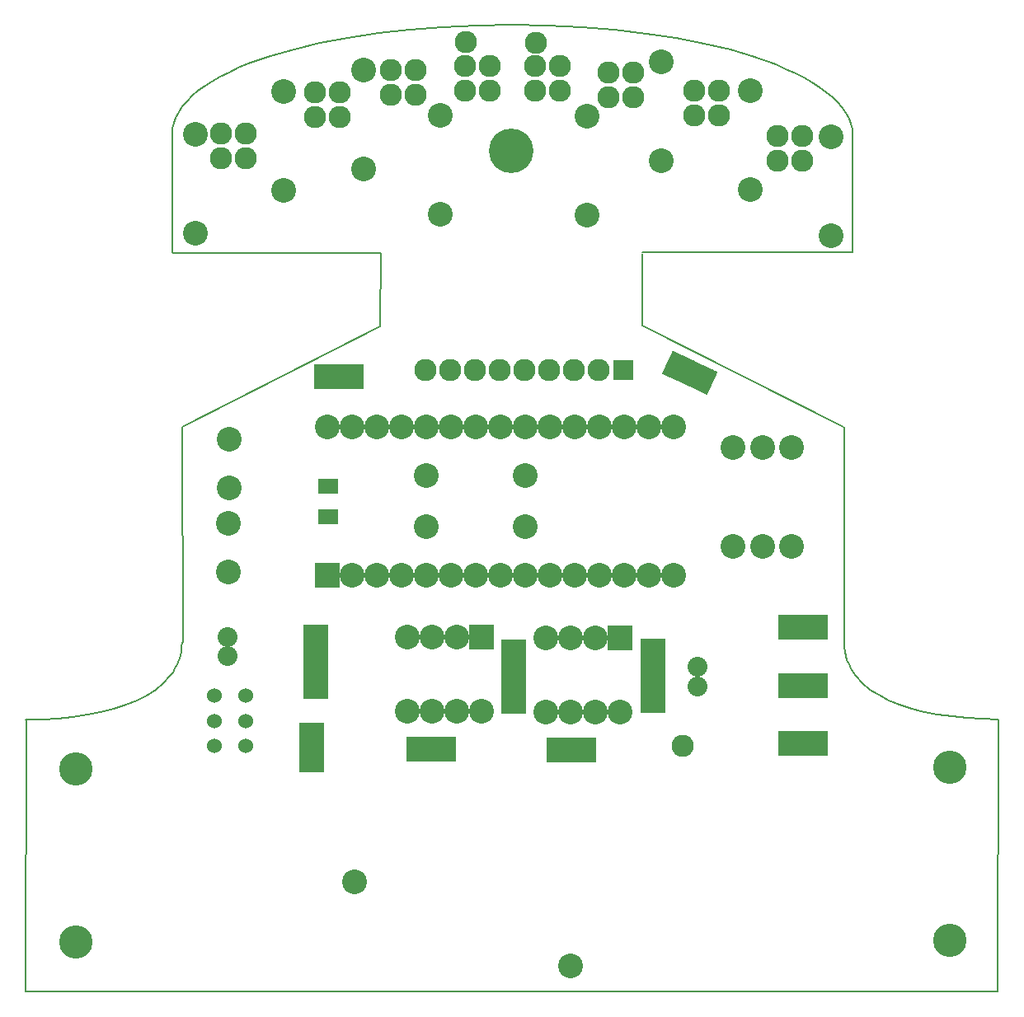
<source format=gts>
G04 PROTEUS RS274X GERBER FILE*
%FSLAX24Y24*%
%MOIN*%
%ADD24C,0.0500*%
%ADD25C,0.1000*%
%ADD26C,0.0900*%
%ADD27R,0.1000X0.1000*%
%ADD16R,0.0800X0.0800*%
%ADD18C,0.0600*%
%ADD28R,0.0800X0.0600*%
%ADD12C,0.0800*%
%ADD29C,0.1800*%
%ADD72C,0.1350*%
%ADD20C,0.0024*%
%ADD21C,0.0080*%
G54D24*
X+2456Y-18564D03*
G54D25*
X+2454Y-18565D03*
X-6286Y-15157D03*
G54D26*
X+6968Y-9656D03*
X+1031Y+18784D03*
X-1810Y+18792D03*
G54D27*
X+4436Y-5288D03*
G54D25*
X+3436Y-5288D03*
X+2436Y-5288D03*
X+1436Y-5288D03*
X+1436Y-8288D03*
X+2436Y-8288D03*
X+3436Y-8288D03*
X+4436Y-8288D03*
G54D26*
X-11707Y+14112D03*
X-11707Y+15112D03*
X-10707Y+14112D03*
X-10707Y+15112D03*
X-7899Y+15771D03*
X-7899Y+16771D03*
X-6899Y+15771D03*
X-6899Y+16771D03*
X-4816Y+16667D03*
X-4816Y+17667D03*
X-3816Y+16667D03*
X-3816Y+17667D03*
X-1833Y+16839D03*
X-1833Y+17839D03*
X-833Y+16839D03*
X-833Y+17839D03*
X+995Y+16840D03*
X+995Y+17840D03*
X+1995Y+16840D03*
X+1995Y+17840D03*
X+3984Y+16565D03*
X+3984Y+17565D03*
X+4984Y+16565D03*
X+4984Y+17565D03*
X+7443Y+15844D03*
X+7443Y+16844D03*
X+8443Y+15844D03*
X+8443Y+16844D03*
X+10814Y+14007D03*
X+10814Y+15007D03*
X+11814Y+14007D03*
X+11814Y+15007D03*
G54D25*
X-5916Y+17665D03*
X-5916Y+13665D03*
X-2816Y+15856D03*
X-2816Y+11856D03*
X+3108Y+15818D03*
X+3108Y+11818D03*
X+6104Y+18004D03*
X+6104Y+14004D03*
X+9711Y+16843D03*
X+9711Y+12843D03*
X+12957Y+14958D03*
X+12957Y+10958D03*
X-12714Y+15063D03*
X-12714Y+11063D03*
X-9151Y+16802D03*
X-9151Y+12802D03*
G54D16*
X+4577Y+5538D03*
G54D26*
X+3577Y+5538D03*
X+2577Y+5538D03*
X+1577Y+5538D03*
X+577Y+5538D03*
X-422Y+5538D03*
X-1422Y+5538D03*
X-2422Y+5538D03*
X-3422Y+5538D03*
G54D27*
X-1170Y-5267D03*
G54D25*
X-2170Y-5267D03*
X-3170Y-5267D03*
X-4170Y-5267D03*
X-4170Y-8267D03*
X-3170Y-8267D03*
X-2170Y-8267D03*
X-1170Y-8267D03*
G54D27*
X-7397Y-2764D03*
G54D25*
X-6397Y-2764D03*
X-5397Y-2764D03*
X-4397Y-2764D03*
X-3397Y-2764D03*
X-2397Y-2764D03*
X-1397Y-2764D03*
X-397Y-2764D03*
X+602Y-2764D03*
X+1602Y-2764D03*
X+2602Y-2764D03*
X+3602Y-2764D03*
X+4602Y-2764D03*
X+5602Y-2764D03*
X+6602Y-2764D03*
X+6602Y+3235D03*
X+5602Y+3235D03*
X+4602Y+3235D03*
X+3602Y+3235D03*
X+2602Y+3235D03*
X+1602Y+3235D03*
X+602Y+3235D03*
X-397Y+3235D03*
X-1397Y+3235D03*
X-2397Y+3235D03*
X-3397Y+3235D03*
X-4397Y+3235D03*
X-5397Y+3235D03*
X-6397Y+3235D03*
X-7397Y+3235D03*
G54D27*
X-2700Y-9800D03*
X-3700Y-9800D03*
X+2972Y-9820D03*
X+1972Y-9820D03*
X+11329Y-9556D03*
X+12329Y-9556D03*
X+11351Y-7228D03*
X+12351Y-7228D03*
X+11342Y-4847D03*
X+12342Y-4847D03*
G54D25*
X+612Y-783D03*
X-3387Y-783D03*
X+607Y+1264D03*
X-3392Y+1264D03*
X+8993Y-1597D03*
X+8993Y+2402D03*
X+10196Y-1602D03*
X+10196Y+2397D03*
X+11366Y-1598D03*
X+11366Y+2401D03*
G54D27*
X-7872Y-7262D03*
X-7872Y-6262D03*
X-7872Y-5262D03*
X-8032Y-10242D03*
X-8032Y-9242D03*
G54D25*
X-11410Y-650D03*
X-11410Y-2618D03*
X-11361Y+768D03*
X-11361Y+2737D03*
G54D18*
X-10686Y-8665D03*
X-11964Y-8655D03*
X-10690Y-9662D03*
X-11968Y-9652D03*
X-10682Y-7637D03*
X-11960Y-7626D03*
G54D27*
X-7433Y+5284D03*
X-6433Y+5284D03*
G54D28*
X-7371Y+839D03*
X-7371Y-400D03*
G54D12*
X+7565Y-7263D03*
X+7565Y-6476D03*
X-11429Y-6034D03*
X-11429Y-5246D03*
G54D29*
X+50Y+14400D03*
G54D27*
X+5774Y-7832D03*
X+5774Y-6832D03*
X+5774Y-5832D03*
X+150Y-7850D03*
X+150Y-6850D03*
X+150Y-5850D03*
G54D72*
X-17575Y-17604D03*
X-17568Y-10600D03*
X+17770Y-17515D03*
X+17763Y-10511D03*
G54D20*
X+7935Y+4585D02*
X+7052Y+4998D01*
X+7465Y+5881D01*
X+8348Y+5468D01*
X+7935Y+4585D01*
X+7935Y+4585D01*
X+7909Y+4597D02*
X+7940Y+4597D01*
X+7883Y+4609D02*
X+7946Y+4609D01*
X+7858Y+4621D02*
X+7951Y+4621D01*
X+7832Y+4633D02*
X+7957Y+4633D01*
X+7806Y+4645D02*
X+7963Y+4645D01*
X+7781Y+4657D02*
X+7968Y+4657D01*
X+7755Y+4669D02*
X+7974Y+4669D01*
X+7729Y+4681D02*
X+7979Y+4681D01*
X+7704Y+4693D02*
X+7985Y+4693D01*
X+7678Y+4705D02*
X+7991Y+4705D01*
X+7652Y+4717D02*
X+7996Y+4717D01*
X+7627Y+4729D02*
X+8002Y+4729D01*
X+7601Y+4741D02*
X+8007Y+4741D01*
X+7575Y+4753D02*
X+8013Y+4753D01*
X+7550Y+4765D02*
X+8019Y+4765D01*
X+7524Y+4777D02*
X+8024Y+4777D01*
X+7498Y+4789D02*
X+8030Y+4789D01*
X+7473Y+4801D02*
X+8036Y+4801D01*
X+7447Y+4813D02*
X+8041Y+4813D01*
X+7421Y+4825D02*
X+8047Y+4825D01*
X+7396Y+4837D02*
X+8052Y+4837D01*
X+7370Y+4849D02*
X+8058Y+4849D01*
X+7344Y+4861D02*
X+8064Y+4861D01*
X+7319Y+4873D02*
X+8069Y+4873D01*
X+7293Y+4885D02*
X+8075Y+4885D01*
X+7267Y+4897D02*
X+8080Y+4897D01*
X+7242Y+4909D02*
X+8086Y+4909D01*
X+7216Y+4921D02*
X+8092Y+4921D01*
X+7190Y+4933D02*
X+8097Y+4933D01*
X+7165Y+4945D02*
X+8103Y+4945D01*
X+7139Y+4957D02*
X+8108Y+4957D01*
X+7114Y+4969D02*
X+8114Y+4969D01*
X+7088Y+4981D02*
X+8120Y+4981D01*
X+7062Y+4993D02*
X+8125Y+4993D01*
X+7055Y+5005D02*
X+8131Y+5005D01*
X+7060Y+5017D02*
X+8137Y+5017D01*
X+7066Y+5029D02*
X+8142Y+5029D01*
X+7072Y+5041D02*
X+8148Y+5041D01*
X+7077Y+5053D02*
X+8153Y+5053D01*
X+7083Y+5065D02*
X+8159Y+5065D01*
X+7088Y+5077D02*
X+8165Y+5077D01*
X+7094Y+5089D02*
X+8170Y+5089D01*
X+7100Y+5101D02*
X+8176Y+5101D01*
X+7105Y+5113D02*
X+8181Y+5113D01*
X+7111Y+5125D02*
X+8187Y+5125D01*
X+7117Y+5137D02*
X+8193Y+5137D01*
X+7122Y+5149D02*
X+8198Y+5149D01*
X+7128Y+5161D02*
X+8204Y+5161D01*
X+7133Y+5173D02*
X+8210Y+5173D01*
X+7139Y+5185D02*
X+8215Y+5185D01*
X+7145Y+5197D02*
X+8221Y+5197D01*
X+7150Y+5209D02*
X+8226Y+5209D01*
X+7156Y+5221D02*
X+8232Y+5221D01*
X+7161Y+5233D02*
X+8238Y+5233D01*
X+7167Y+5245D02*
X+8243Y+5245D01*
X+7173Y+5257D02*
X+8249Y+5257D01*
X+7178Y+5269D02*
X+8254Y+5269D01*
X+7184Y+5281D02*
X+8260Y+5281D01*
X+7189Y+5293D02*
X+8266Y+5293D01*
X+7195Y+5305D02*
X+8271Y+5305D01*
X+7201Y+5317D02*
X+8277Y+5317D01*
X+7206Y+5329D02*
X+8282Y+5329D01*
X+7212Y+5341D02*
X+8288Y+5341D01*
X+7218Y+5353D02*
X+8294Y+5353D01*
X+7223Y+5365D02*
X+8299Y+5365D01*
X+7229Y+5377D02*
X+8305Y+5377D01*
X+7234Y+5389D02*
X+8311Y+5389D01*
X+7240Y+5401D02*
X+8316Y+5401D01*
X+7246Y+5413D02*
X+8322Y+5413D01*
X+7251Y+5425D02*
X+8327Y+5425D01*
X+7257Y+5437D02*
X+8333Y+5437D01*
X+7262Y+5449D02*
X+8339Y+5449D01*
X+7268Y+5461D02*
X+8344Y+5461D01*
X+7274Y+5473D02*
X+8337Y+5473D01*
X+7279Y+5485D02*
X+8311Y+5485D01*
X+7285Y+5497D02*
X+8285Y+5497D01*
X+7291Y+5509D02*
X+8260Y+5509D01*
X+7296Y+5521D02*
X+8234Y+5521D01*
X+7302Y+5533D02*
X+8209Y+5533D01*
X+7307Y+5545D02*
X+8183Y+5545D01*
X+7313Y+5557D02*
X+8157Y+5557D01*
X+7319Y+5569D02*
X+8132Y+5569D01*
X+7324Y+5581D02*
X+8106Y+5581D01*
X+7330Y+5593D02*
X+8080Y+5593D01*
X+7335Y+5605D02*
X+8055Y+5605D01*
X+7341Y+5617D02*
X+8029Y+5617D01*
X+7347Y+5629D02*
X+8003Y+5629D01*
X+7352Y+5641D02*
X+7978Y+5641D01*
X+7358Y+5653D02*
X+7952Y+5653D01*
X+7363Y+5665D02*
X+7926Y+5665D01*
X+7369Y+5677D02*
X+7901Y+5677D01*
X+7375Y+5689D02*
X+7875Y+5689D01*
X+7380Y+5701D02*
X+7849Y+5701D01*
X+7386Y+5713D02*
X+7824Y+5713D01*
X+7392Y+5725D02*
X+7798Y+5725D01*
X+7397Y+5737D02*
X+7772Y+5737D01*
X+7403Y+5749D02*
X+7747Y+5749D01*
X+7408Y+5761D02*
X+7721Y+5761D01*
X+7414Y+5773D02*
X+7695Y+5773D01*
X+7420Y+5785D02*
X+7670Y+5785D01*
X+7425Y+5797D02*
X+7644Y+5797D01*
X+7431Y+5809D02*
X+7618Y+5809D01*
X+7436Y+5821D02*
X+7593Y+5821D01*
X+7442Y+5833D02*
X+7567Y+5833D01*
X+7448Y+5845D02*
X+7541Y+5845D01*
X+7453Y+5857D02*
X+7516Y+5857D01*
X+7459Y+5869D02*
X+7490Y+5869D01*
X+7465Y+5881D02*
X+7465Y+5881D01*
X+7029Y+5008D02*
X+6146Y+5421D01*
X+6559Y+6304D01*
X+7442Y+5891D01*
X+7029Y+5008D01*
X+7029Y+5008D01*
X+7003Y+5020D02*
X+7034Y+5020D01*
X+6977Y+5032D02*
X+7040Y+5032D01*
X+6952Y+5044D02*
X+7045Y+5044D01*
X+6926Y+5056D02*
X+7051Y+5056D01*
X+6900Y+5068D02*
X+7057Y+5068D01*
X+6875Y+5080D02*
X+7062Y+5080D01*
X+6849Y+5092D02*
X+7068Y+5092D01*
X+6823Y+5104D02*
X+7073Y+5104D01*
X+6798Y+5116D02*
X+7079Y+5116D01*
X+6772Y+5128D02*
X+7085Y+5128D01*
X+6746Y+5140D02*
X+7090Y+5140D01*
X+6721Y+5152D02*
X+7096Y+5152D01*
X+6695Y+5164D02*
X+7101Y+5164D01*
X+6669Y+5176D02*
X+7107Y+5176D01*
X+6644Y+5188D02*
X+7113Y+5188D01*
X+6618Y+5200D02*
X+7118Y+5200D01*
X+6592Y+5212D02*
X+7124Y+5212D01*
X+6567Y+5224D02*
X+7130Y+5224D01*
X+6541Y+5236D02*
X+7135Y+5236D01*
X+6515Y+5248D02*
X+7141Y+5248D01*
X+6490Y+5260D02*
X+7146Y+5260D01*
X+6464Y+5272D02*
X+7152Y+5272D01*
X+6438Y+5284D02*
X+7158Y+5284D01*
X+6413Y+5296D02*
X+7163Y+5296D01*
X+6387Y+5308D02*
X+7169Y+5308D01*
X+6361Y+5320D02*
X+7174Y+5320D01*
X+6336Y+5332D02*
X+7180Y+5332D01*
X+6310Y+5344D02*
X+7186Y+5344D01*
X+6284Y+5356D02*
X+7191Y+5356D01*
X+6259Y+5368D02*
X+7197Y+5368D01*
X+6233Y+5380D02*
X+7202Y+5380D01*
X+6208Y+5392D02*
X+7208Y+5392D01*
X+6182Y+5404D02*
X+7214Y+5404D01*
X+6156Y+5416D02*
X+7219Y+5416D01*
X+6149Y+5428D02*
X+7225Y+5428D01*
X+6154Y+5440D02*
X+7231Y+5440D01*
X+6160Y+5452D02*
X+7236Y+5452D01*
X+6166Y+5464D02*
X+7242Y+5464D01*
X+6171Y+5476D02*
X+7247Y+5476D01*
X+6177Y+5488D02*
X+7253Y+5488D01*
X+6182Y+5500D02*
X+7259Y+5500D01*
X+6188Y+5512D02*
X+7264Y+5512D01*
X+6194Y+5524D02*
X+7270Y+5524D01*
X+6199Y+5536D02*
X+7275Y+5536D01*
X+6205Y+5548D02*
X+7281Y+5548D01*
X+6211Y+5560D02*
X+7287Y+5560D01*
X+6216Y+5572D02*
X+7292Y+5572D01*
X+6222Y+5584D02*
X+7298Y+5584D01*
X+6227Y+5596D02*
X+7304Y+5596D01*
X+6233Y+5608D02*
X+7309Y+5608D01*
X+6239Y+5620D02*
X+7315Y+5620D01*
X+6244Y+5632D02*
X+7320Y+5632D01*
X+6250Y+5644D02*
X+7326Y+5644D01*
X+6255Y+5656D02*
X+7332Y+5656D01*
X+6261Y+5668D02*
X+7337Y+5668D01*
X+6267Y+5680D02*
X+7343Y+5680D01*
X+6272Y+5692D02*
X+7348Y+5692D01*
X+6278Y+5704D02*
X+7354Y+5704D01*
X+6283Y+5716D02*
X+7360Y+5716D01*
X+6289Y+5728D02*
X+7365Y+5728D01*
X+6295Y+5740D02*
X+7371Y+5740D01*
X+6300Y+5752D02*
X+7376Y+5752D01*
X+6306Y+5764D02*
X+7382Y+5764D01*
X+6312Y+5776D02*
X+7388Y+5776D01*
X+6317Y+5788D02*
X+7393Y+5788D01*
X+6323Y+5800D02*
X+7399Y+5800D01*
X+6328Y+5812D02*
X+7405Y+5812D01*
X+6334Y+5824D02*
X+7410Y+5824D01*
X+6340Y+5836D02*
X+7416Y+5836D01*
X+6345Y+5848D02*
X+7421Y+5848D01*
X+6351Y+5860D02*
X+7427Y+5860D01*
X+6356Y+5872D02*
X+7433Y+5872D01*
X+6362Y+5884D02*
X+7438Y+5884D01*
X+6368Y+5896D02*
X+7431Y+5896D01*
X+6373Y+5908D02*
X+7405Y+5908D01*
X+6379Y+5920D02*
X+7379Y+5920D01*
X+6385Y+5932D02*
X+7354Y+5932D01*
X+6390Y+5944D02*
X+7328Y+5944D01*
X+6396Y+5956D02*
X+7303Y+5956D01*
X+6401Y+5968D02*
X+7277Y+5968D01*
X+6407Y+5980D02*
X+7251Y+5980D01*
X+6413Y+5992D02*
X+7226Y+5992D01*
X+6418Y+6004D02*
X+7200Y+6004D01*
X+6424Y+6016D02*
X+7174Y+6016D01*
X+6429Y+6028D02*
X+7149Y+6028D01*
X+6435Y+6040D02*
X+7123Y+6040D01*
X+6441Y+6052D02*
X+7097Y+6052D01*
X+6446Y+6064D02*
X+7072Y+6064D01*
X+6452Y+6076D02*
X+7046Y+6076D01*
X+6457Y+6088D02*
X+7020Y+6088D01*
X+6463Y+6100D02*
X+6995Y+6100D01*
X+6469Y+6112D02*
X+6969Y+6112D01*
X+6474Y+6124D02*
X+6943Y+6124D01*
X+6480Y+6136D02*
X+6918Y+6136D01*
X+6486Y+6148D02*
X+6892Y+6148D01*
X+6491Y+6160D02*
X+6866Y+6160D01*
X+6497Y+6172D02*
X+6841Y+6172D01*
X+6502Y+6184D02*
X+6815Y+6184D01*
X+6508Y+6196D02*
X+6789Y+6196D01*
X+6514Y+6208D02*
X+6764Y+6208D01*
X+6519Y+6220D02*
X+6738Y+6220D01*
X+6525Y+6232D02*
X+6712Y+6232D01*
X+6530Y+6244D02*
X+6687Y+6244D01*
X+6536Y+6256D02*
X+6661Y+6256D01*
X+6542Y+6268D02*
X+6635Y+6268D01*
X+6547Y+6280D02*
X+6610Y+6280D01*
X+6553Y+6292D02*
X+6584Y+6292D01*
X+6559Y+6304D02*
X+6559Y+6304D01*
G54D21*
X-13660Y+15055D02*
X-13645Y+15293D01*
X-13595Y+15527D01*
X-13511Y+15756D01*
X-13394Y+15981D01*
X-13245Y+16201D01*
X-13064Y+16416D01*
X-12853Y+16625D01*
X-12612Y+16829D01*
X-12342Y+17028D01*
X-12044Y+17220D01*
X-11718Y+17406D01*
X-11366Y+17586D01*
X-10988Y+17759D01*
X-10584Y+17925D01*
X-9705Y+18236D01*
X-8735Y+18517D01*
X-7680Y+18767D01*
X-6548Y+18983D01*
X-5343Y+19163D01*
X-4072Y+19307D01*
X-2743Y+19411D01*
X-1360Y+19475D01*
X+69Y+19497D01*
X+13846Y+15031D02*
X+13828Y+15265D01*
X+13776Y+15495D01*
X+13691Y+15722D01*
X+13572Y+15944D01*
X+13421Y+16162D01*
X+13239Y+16376D01*
X+13026Y+16585D01*
X+12783Y+16789D01*
X+12511Y+16987D01*
X+12211Y+17180D01*
X+11884Y+17367D01*
X+11530Y+17548D01*
X+11150Y+17723D01*
X+10745Y+17891D01*
X+9863Y+18206D01*
X+8890Y+18492D01*
X+7833Y+18746D01*
X+6698Y+18967D01*
X+5491Y+19152D01*
X+4218Y+19300D01*
X+2886Y+19408D01*
X+1501Y+19474D01*
X+69Y+19497D01*
X-13660Y+15051D02*
X-13659Y+10292D01*
X+13845Y+15039D02*
X+13845Y+10298D01*
X-13631Y+10279D02*
X-5240Y+10279D01*
X+13810Y+10296D02*
X+5336Y+10298D01*
X-5238Y+10253D02*
X-5255Y+7329D01*
X+5349Y+10253D02*
X+5349Y+7329D01*
X-5261Y+7323D02*
X-13261Y+3249D01*
X+5356Y+7325D02*
X+13487Y+3250D01*
X+13519Y+3233D02*
X+13495Y-5444D01*
X-13275Y-5451D02*
X-13281Y-5646D01*
X-13303Y-5835D01*
X-13340Y-6018D01*
X-13393Y-6194D01*
X-13461Y-6364D01*
X-13544Y-6527D01*
X-13640Y-6685D01*
X-13751Y-6836D01*
X-14012Y-7120D01*
X-14324Y-7378D01*
X-14685Y-7612D01*
X-15090Y-7821D01*
X-15537Y-8005D01*
X-16024Y-8165D01*
X-16546Y-8299D01*
X-17102Y-8410D01*
X-17689Y-8495D01*
X-18303Y-8556D01*
X-18941Y-8593D01*
X-19601Y-8605D01*
X+13496Y-5468D02*
X+13504Y-5662D01*
X+13528Y-5850D01*
X+13568Y-6031D01*
X+13622Y-6206D01*
X+13691Y-6375D01*
X+13774Y-6537D01*
X+13871Y-6693D01*
X+13981Y-6842D01*
X+14241Y-7123D01*
X+14550Y-7378D01*
X+14906Y-7609D01*
X+15306Y-7814D01*
X+15747Y-7996D01*
X+16227Y-8152D01*
X+16742Y-8284D01*
X+17289Y-8392D01*
X+17866Y-8476D01*
X+18471Y-8535D01*
X+19099Y-8571D01*
X+19748Y-8583D01*
X-19573Y-8628D02*
X-19581Y-19588D01*
X+19738Y-8614D02*
X+19699Y-19604D01*
X-19579Y-19590D02*
X+19699Y-19607D01*
X-13268Y+3223D02*
X-13242Y-5453D01*
M00*

</source>
